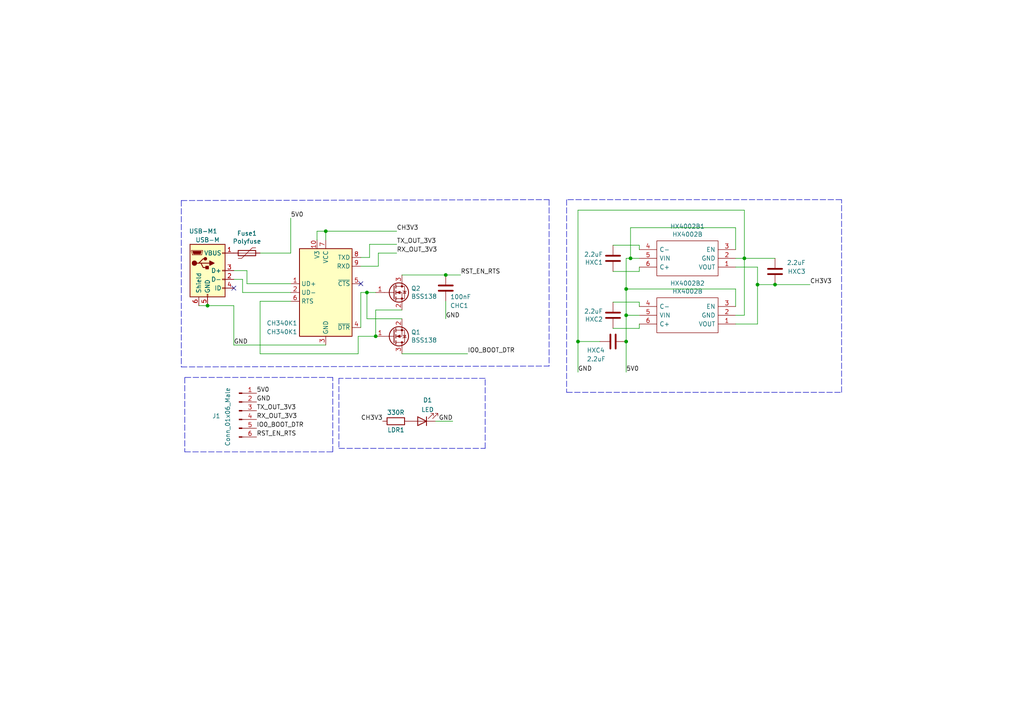
<source format=kicad_sch>
(kicad_sch (version 20211123) (generator eeschema)
  (paper "A4")
  (title_block (title "Smart Device LDAD NANO HX- Prototype Dev. Board") (rev "6.1") (company "AeonLabs") (comment 1 "License CC 2022"))
  (lib_symbols
    (symbol "Connector:Conn_01x06_Male" (pin_names (offset 1.016) hide)
      (property "Reference" "J" (at 0 7.62 0))
      (property "Value" "Conn_01x06_Male" (at 0 -10.16 0))
      (symbol "Conn_01x06_Male_1_1"
        (polyline (pts (xy 1.27 -7.62) (xy 0.8636 -7.62)) (stroke (width 0.1524)))
        (polyline (pts (xy 1.27 -5.08) (xy 0.8636 -5.08)) (stroke (width 0.1524)))
        (polyline (pts (xy 1.27 -2.54) (xy 0.8636 -2.54)) (stroke (width 0.1524)))
        (polyline (pts (xy 1.27 0) (xy 0.8636 0)) (stroke (width 0.1524)))
        (polyline (pts (xy 1.27 2.54) (xy 0.8636 2.54)) (stroke (width 0.1524)))
        (polyline (pts (xy 1.27 5.08) (xy 0.8636 5.08)) (stroke (width 0.1524)))
        (rectangle (start 0.8636 -7.493) (end 0 -7.747) (stroke (width 0.1524)) (fill (type outline)))
        (rectangle (start 0.8636 -4.953) (end 0 -5.207) (stroke (width 0.1524)) (fill (type outline)))
        (rectangle (start 0.8636 -2.413) (end 0 -2.667) (stroke (width 0.1524)) (fill (type outline)))
        (rectangle (start 0.8636 0.127) (end 0 -0.127) (stroke (width 0.1524)) (fill (type outline)))
        (rectangle (start 0.8636 2.667) (end 0 2.413) (stroke (width 0.1524)) (fill (type outline)))
        (rectangle (start 0.8636 5.207) (end 0 4.953) (stroke (width 0.1524)) (fill (type outline)))
        (pin passive line (at 5.08 5.08 180) (length 3.81) (name "Pin_1") (number "1"))
        (pin passive line (at 5.08 2.54 180) (length 3.81) (name "Pin_2") (number "2"))
        (pin passive line (at 5.08 0 180) (length 3.81) (name "Pin_3") (number "3"))
        (pin passive line (at 5.08 -2.54 180) (length 3.81) (name "Pin_4") (number "4"))
        (pin passive line (at 5.08 -5.08 180) (length 3.81) (name "Pin_5") (number "5"))
        (pin passive line (at 5.08 -7.62 180) (length 3.81) (name "Pin_6") (number "6"))
      )
    )
    (symbol "Connector:USB_B_Micro" (pin_names (offset 1.016))
      (property "Reference" "J" (at -5.08 11.43 0))
      (property "Value" "USB_B_Micro" (at -5.08 8.89 0))
      (symbol "USB_B_Micro_0_1"
        (rectangle (start -5.08 -7.62) (end 5.08 7.62) (stroke (width 0.254)) (fill (type background)))
        (circle (center -3.81 2.159) (radius 0.635) (stroke (width 0.254)) (fill (type outline)))
        (circle (center -0.635 3.429) (radius 0.381) (stroke (width 0.254)) (fill (type outline)))
        (rectangle (start -0.127 -7.62) (end 0.127 -6.858))
        (polyline (pts (xy -1.905 2.159) (xy 0.635 2.159)) (stroke (width 0.254)))
        (polyline (pts (xy -3.175 2.159) (xy -2.54 2.159) (xy -1.27 3.429) (xy -0.635 3.429)) (stroke (width 0.254)))
        (polyline (pts (xy -2.54 2.159) (xy -1.905 2.159) (xy -1.27 0.889) (xy 0 0.889)) (stroke (width 0.254)))
        (polyline (pts (xy 0.635 2.794) (xy 0.635 1.524) (xy 1.905 2.159) (xy 0.635 2.794)) (stroke (width 0.254)) (fill (type outline)))
        (polyline (pts (xy -4.318 5.588) (xy -1.778 5.588) (xy -2.032 4.826) (xy -4.064 4.826) (xy -4.318 5.588)) (fill (type outline)))
        (polyline (pts (xy -4.699 5.842) (xy -4.699 5.588) (xy -4.445 4.826) (xy -4.445 4.572) (xy -1.651 4.572) (xy -1.651 4.826) (xy -1.397 5.588) (xy -1.397 5.842) (xy -4.699 5.842)))
        (rectangle (start 0.254 1.27) (end -0.508 0.508) (stroke (width 0.254)) (fill (type outline)))
        (rectangle (start 5.08 -5.207) (end 4.318 -4.953))
        (rectangle (start 5.08 -2.667) (end 4.318 -2.413))
        (rectangle (start 5.08 -0.127) (end 4.318 0.127))
        (rectangle (start 5.08 4.953) (end 4.318 5.207))
      )
      (symbol "USB_B_Micro_1_1"
        (pin power_out line (at 7.62 5.08 180) (length 2.54) (name "VBUS") (number "1"))
        (pin bidirectional line (at 7.62 -2.54 180) (length 2.54) (name "D-") (number "2"))
        (pin bidirectional line (at 7.62 0 180) (length 2.54) (name "D+") (number "3"))
        (pin passive line (at 7.62 -5.08 180) (length 2.54) (name "ID") (number "4"))
        (pin power_out line (at 0 -10.16 90) (length 2.54) (name "GND") (number "5"))
        (pin passive line (at -2.54 -10.16 90) (length 2.54) (name "Shield") (number "6"))
      )
    )
    (symbol "Device:C" (pin_numbers hide) (pin_names (offset 0.254))
      (property "Reference" "C" (at 0.635 2.54 0))
      (property "Value" "C" (at 0.635 -2.54 0))
      (symbol "C_0_1"
        (polyline (pts (xy -2.032 -0.762) (xy 2.032 -0.762)) (stroke (width 0.508)))
        (polyline (pts (xy -2.032 0.762) (xy 2.032 0.762)) (stroke (width 0.508)))
      )
      (symbol "C_1_1"
        (pin passive line (at 0 3.81 270) (length 2.794) (name "~") (number "1"))
        (pin passive line (at 0 -3.81 90) (length 2.794) (name "~") (number "2"))
      )
    )
    (symbol "Device:LED" (pin_numbers hide) (pin_names (offset 1.016) hide)
      (property "Reference" "D" (at 0 2.54 0))
      (property "Value" "LED" (at 0 -2.54 0))
      (symbol "LED_0_1"
        (polyline (pts (xy -1.27 -1.27) (xy -1.27 1.27)) (stroke (width 0.254)))
        (polyline (pts (xy -1.27 0) (xy 1.27 0)))
        (polyline (pts (xy 1.27 -1.27) (xy 1.27 1.27) (xy -1.27 0) (xy 1.27 -1.27)) (stroke (width 0.254)))
        (polyline (pts (xy -3.048 -0.762) (xy -4.572 -2.286) (xy -3.81 -2.286) (xy -4.572 -2.286) (xy -4.572 -1.524)))
        (polyline (pts (xy -1.778 -0.762) (xy -3.302 -2.286) (xy -2.54 -2.286) (xy -3.302 -2.286) (xy -3.302 -1.524)))
      )
      (symbol "LED_1_1"
        (pin passive line (at -3.81 0 0) (length 2.54) (name "K") (number "1"))
        (pin passive line (at 3.81 0 180) (length 2.54) (name "A") (number "2"))
      )
    )
    (symbol "Device:Polyfuse" (pin_numbers hide) (pin_names (offset 0))
      (property "Reference" "F" (at -2.54 0 90))
      (property "Value" "Polyfuse" (at 2.54 0 90))
      (symbol "Polyfuse_0_1"
        (rectangle (start -0.762 2.54) (end 0.762 -2.54) (stroke (width 0.254)))
        (polyline (pts (xy 0 2.54) (xy 0 -2.54)))
        (polyline (pts (xy -1.524 2.54) (xy -1.524 1.524) (xy 1.524 -1.524) (xy 1.524 -2.54)))
      )
      (symbol "Polyfuse_1_1"
        (pin passive line (at 0 3.81 270) (length 1.27) (name "~") (number "1"))
        (pin passive line (at 0 -3.81 90) (length 1.27) (name "~") (number "2"))
      )
    )
    (symbol "Device:R" (pin_numbers hide) (pin_names (offset 0))
      (property "Reference" "R" (at 2.032 0 90))
      (property "Value" "R" (at 0 0 90))
      (symbol "R_0_1"
        (rectangle (start -1.016 -2.54) (end 1.016 2.54) (stroke (width 0.254)))
      )
      (symbol "R_1_1"
        (pin passive line (at 0 3.81 270) (length 1.27) (name "~") (number "1"))
        (pin passive line (at 0 -3.81 90) (length 1.27) (name "~") (number "2"))
      )
    )
    (symbol "HX4002:HX4002" (pin_names (offset 0.762))
      (property "Reference" "IC" (at 24.13 7.62 0))
      (property "Value" "HX4002_HX4002" (at 24.13 5.08 0))
      (symbol "HX4002_0_0"
        (pin passive line (at 0 0 0) (length 5.08) (name "VOUT") (number "1"))
        (pin passive line (at 0 -2.54 0) (length 5.08) (name "GND") (number "2"))
        (pin passive line (at 0 -5.08 0) (length 5.08) (name "EN") (number "3"))
        (pin passive line (at 27.94 -5.08 180) (length 5.08) (name "C-") (number "4"))
        (pin passive line (at 27.94 -2.54 180) (length 5.08) (name "VIN") (number "5"))
        (pin passive line (at 27.94 0 180) (length 5.08) (name "C+") (number "6"))
      )
      (symbol "HX4002_0_1"
        (polyline (pts (xy 5.08 2.54) (xy 22.86 2.54) (xy 22.86 -7.62) (xy 5.08 -7.62) (xy 5.08 2.54)) (stroke (width 0.1524)))
      )
    )
    (symbol "Interface_USB:CH340K"
      (property "Reference" "U" (at -5.08 13.97 0))
      (property "Value" "Interface_USB_CH340K" (at 1.27 13.97 0))
      (symbol "CH340K_0_1"
        (rectangle (start -7.62 12.7) (end 7.62 -12.7) (stroke (width 0.254)) (fill (type background)))
      )
      (symbol "CH340K_1_1"
        (pin bidirectional line (at -10.16 2.54 0) (length 2.54) (name "UD+") (number "1"))
        (pin passive line (at -2.54 15.24 270) (length 2.54) (name "V3") (number "10"))
        (pin bidirectional line (at -10.16 0 0) (length 2.54) (name "UD-") (number "2"))
        (pin power_in line (at 0 -15.24 90) (length 2.54) (name "GND") (number "3"))
        (pin output line (at 10.16 -10.16 180) (length 2.54) (name "~{DTR}") (number "4"))
        (pin input line (at 10.16 2.54 180) (length 2.54) (name "~{CTS}") (number "5"))
        (pin output line (at -10.16 -2.54 0) (length 2.54) (name "RTS") (number "6"))
        (pin power_in line (at 0 15.24 270) (length 2.54) (name "VCC") (number "7"))
        (pin output line (at 10.16 10.16 180) (length 2.54) (name "TXD") (number "8"))
        (pin input line (at 10.16 7.62 180) (length 2.54) (name "RXD") (number "9"))
      )
    )
    (symbol "Transistor_FET:BSS138" (pin_names hide)
      (property "Reference" "Q" (at 5.08 1.905 0))
      (property "Value" "BSS138" (at 5.08 0 0))
      (symbol "BSS138_0_1"
        (polyline (pts (xy 0.254 0) (xy -2.54 0)))
        (polyline (pts (xy 0.254 1.905) (xy 0.254 -1.905)) (stroke (width 0.254)))
        (polyline (pts (xy 0.762 -1.27) (xy 0.762 -2.286)) (stroke (width 0.254)))
        (polyline (pts (xy 0.762 0.508) (xy 0.762 -0.508)) (stroke (width 0.254)))
        (polyline (pts (xy 0.762 2.286) (xy 0.762 1.27)) (stroke (width 0.254)))
        (polyline (pts (xy 2.54 2.54) (xy 2.54 1.778)))
        (polyline (pts (xy 2.54 -2.54) (xy 2.54 0) (xy 0.762 0)))
        (polyline (pts (xy 0.762 -1.778) (xy 3.302 -1.778) (xy 3.302 1.778) (xy 0.762 1.778)))
        (polyline (pts (xy 1.016 0) (xy 2.032 0.381) (xy 2.032 -0.381) (xy 1.016 0)) (fill (type outline)))
        (polyline (pts (xy 2.794 0.508) (xy 2.921 0.381) (xy 3.683 0.381) (xy 3.81 0.254)))
        (polyline (pts (xy 3.302 0.381) (xy 2.921 -0.254) (xy 3.683 -0.254) (xy 3.302 0.381)))
        (circle (center 1.651 0) (radius 2.794) (stroke (width 0.254)))
        (circle (center 2.54 -1.778) (radius 0.254) (fill (type outline)))
        (circle (center 2.54 1.778) (radius 0.254) (fill (type outline)))
      )
      (symbol "BSS138_1_1"
        (pin input line (at -5.08 0 0) (length 2.54) (name "G") (number "1"))
        (pin passive line (at 2.54 -5.08 90) (length 2.54) (name "S") (number "2"))
        (pin passive line (at 2.54 5.08 270) (length 2.54) (name "D") (number "3"))
      )
    )
  )
  (junction (at 181.61 83.82))
  (junction (at 182.88 74.93))
  (junction (at 219.71 82.55))
  (junction (at 181.61 91.44))
  (junction (at 129.286 79.756))
  (junction (at 181.61 99.06))
  (junction (at 108.966 97.536))
  (junction (at 224.79 82.55))
  (junction (at 106.426 84.836))
  (junction (at 215.9 74.93))
  (junction (at 94.488 67.056))
  (junction (at 60.198 88.646))
  (junction (at 167.64 99.06))
  (no_connect (at 67.818 83.566))
  (no_connect (at 104.648 82.296))
  (wire (pts (xy 185.42 87.63) (xy 177.8 87.63)))
  (wire (pts (xy 213.36 83.82) (xy 213.36 88.9)))
  (polyline (pts (xy 98.298 109.728) (xy 98.298 130.048)))
  (wire (pts (xy 94.488 67.056) (xy 115.062 67.056)))
  (wire (pts (xy 84.328 63.246) (xy 84.328 73.406)))
  (wire (pts (xy 67.818 88.646) (xy 67.818 100.076)))
  (wire (pts (xy 181.61 91.44) (xy 181.61 99.06)))
  (wire (pts (xy 182.88 66.04) (xy 213.36 66.04)))
  (wire (pts (xy 167.64 99.06) (xy 167.64 107.95)))
  (wire (pts (xy 60.198 88.646) (xy 67.818 88.646)))
  (polyline (pts (xy 52.578 58.166) (xy 159.258 57.912)))
  (wire (pts (xy 116.586 79.756) (xy 129.286 79.756)))
  (wire (pts (xy 182.88 74.93) (xy 182.88 66.04)))
  (wire (pts (xy 181.61 83.82) (xy 181.61 74.93)))
  (polyline (pts (xy 98.298 130.048) (xy 140.716 130.048)))
  (wire (pts (xy 167.64 60.96) (xy 167.64 99.06)))
  (wire (pts (xy 91.948 67.056) (xy 94.488 67.056)))
  (wire (pts (xy 109.728 73.406) (xy 115.062 73.406)))
  (wire (pts (xy 116.586 102.616) (xy 135.636 102.616)))
  (wire (pts (xy 71.628 78.486) (xy 71.628 82.296)))
  (wire (pts (xy 103.886 97.536) (xy 108.966 97.536)))
  (wire (pts (xy 75.438 73.406) (xy 84.328 73.406)))
  (wire (pts (xy 126.238 122.174) (xy 131.318 122.174)))
  (wire (pts (xy 107.188 74.676) (xy 104.648 74.676)))
  (wire (pts (xy 185.42 95.25) (xy 177.8 95.25)))
  (wire (pts (xy 107.188 70.866) (xy 115.062 70.866)))
  (wire (pts (xy 213.36 66.04) (xy 213.36 72.39)))
  (wire (pts (xy 109.728 77.216) (xy 109.728 73.406)))
  (polyline (pts (xy 244.094 113.792) (xy 244.094 57.912)))
  (polyline (pts (xy 53.594 109.474) (xy 53.594 131.064)))
  (polyline (pts (xy 52.578 106.426) (xy 159.258 106.172)))
  (wire (pts (xy 219.71 93.98) (xy 213.36 93.98)))
  (wire (pts (xy 219.71 82.55) (xy 224.79 82.55)))
  (wire (pts (xy 107.188 70.866) (xy 107.188 74.676)))
  (wire (pts (xy 70.358 84.836) (xy 84.328 84.836)))
  (wire (pts (xy 213.36 74.93) (xy 215.9 74.93)))
  (wire (pts (xy 213.36 77.47) (xy 219.71 77.47)))
  (wire (pts (xy 185.42 71.12) (xy 177.8 71.12)))
  (wire (pts (xy 104.648 84.836) (xy 106.426 84.836)))
  (wire (pts (xy 57.658 88.646) (xy 60.198 88.646)))
  (wire (pts (xy 116.586 92.456) (xy 106.426 92.456)))
  (polyline (pts (xy 96.52 109.474) (xy 53.594 109.474)))
  (wire (pts (xy 104.648 77.216) (xy 109.728 77.216)))
  (wire (pts (xy 215.9 60.96) (xy 167.64 60.96)))
  (wire (pts (xy 67.818 78.486) (xy 71.628 78.486)))
  (wire (pts (xy 75.438 87.376) (xy 75.438 102.616)))
  (wire (pts (xy 108.966 89.916) (xy 108.966 97.536)))
  (wire (pts (xy 94.488 69.596) (xy 94.488 67.056)))
  (wire (pts (xy 185.42 93.98) (xy 185.42 95.25)))
  (wire (pts (xy 185.42 91.44) (xy 181.61 91.44)))
  (wire (pts (xy 84.328 87.376) (xy 75.438 87.376)))
  (wire (pts (xy 104.648 94.996) (xy 104.648 84.836)))
  (wire (pts (xy 181.61 91.44) (xy 181.61 83.82)))
  (wire (pts (xy 71.628 82.296) (xy 84.328 82.296)))
  (wire (pts (xy 181.61 107.95) (xy 181.61 99.06)))
  (wire (pts (xy 67.818 81.026) (xy 70.358 81.026)))
  (wire (pts (xy 129.286 79.756) (xy 133.604 79.756)))
  (wire (pts (xy 91.948 69.596) (xy 91.948 67.056)))
  (wire (pts (xy 94.488 100.076) (xy 67.818 100.076)))
  (polyline (pts (xy 52.578 58.166) (xy 52.578 106.426)))
  (wire (pts (xy 185.42 72.39) (xy 185.42 71.12)))
  (wire (pts (xy 181.61 74.93) (xy 182.88 74.93)))
  (wire (pts (xy 185.42 78.74) (xy 177.8 78.74)))
  (wire (pts (xy 215.9 91.44) (xy 213.36 91.44)))
  (wire (pts (xy 129.286 87.376) (xy 129.286 92.456)))
  (polyline (pts (xy 164.338 113.792) (xy 244.094 113.792)))
  (wire (pts (xy 219.71 82.55) (xy 219.71 93.98)))
  (polyline (pts (xy 244.094 57.912) (xy 164.338 57.912)))
  (wire (pts (xy 215.9 74.93) (xy 215.9 91.44)))
  (wire (pts (xy 116.586 89.916) (xy 108.966 89.916)))
  (wire (pts (xy 219.71 77.47) (xy 219.71 82.55)))
  (wire (pts (xy 215.9 60.96) (xy 215.9 74.93)))
  (polyline (pts (xy 96.52 131.064) (xy 96.52 109.474)))
  (wire (pts (xy 181.61 83.82) (xy 213.36 83.82)))
  (polyline (pts (xy 53.594 131.064) (xy 96.52 131.064)))
  (wire (pts (xy 106.426 92.456) (xy 106.426 84.836)))
  (polyline (pts (xy 140.716 130.048) (xy 140.716 109.728)))
  (wire (pts (xy 103.886 102.616) (xy 103.886 97.536)))
  (wire (pts (xy 182.88 74.93) (xy 185.42 74.93)))
  (wire (pts (xy 215.9 74.93) (xy 224.79 74.93)))
  (wire (pts (xy 75.438 102.616) (xy 103.886 102.616)))
  (wire (pts (xy 224.79 82.55) (xy 234.95 82.55)))
  (wire (pts (xy 185.42 77.47) (xy 185.42 78.74)))
  (polyline (pts (xy 164.338 57.912) (xy 164.338 113.792)))
  (wire (pts (xy 106.426 84.836) (xy 108.966 84.836)))
  (polyline (pts (xy 159.258 57.912) (xy 159.258 106.172)))
  (wire (pts (xy 70.358 81.026) (xy 70.358 84.836)))
  (polyline (pts (xy 140.716 109.728) (xy 98.298 109.728)))
  (wire (pts (xy 185.42 88.9) (xy 185.42 87.63)))
  (wire (pts (xy 173.99 99.06) (xy 167.64 99.06)))
  (label "5V0" (at 84.328 63.246 0))
  (label "CH3V3" (at 110.998 122.174 180))
  (label "5V0" (at 181.61 107.95 0))
  (label "RST_EN_RTS" (at 74.422 126.746 0))
  (label "RX_OUT_3V3" (at 115.062 73.406 0))
  (label "GND" (at 167.64 107.95 0))
  (label "RST_EN_RTS" (at 133.604 79.756 0))
  (label "5V0" (at 74.422 114.046 0))
  (label "GND" (at 67.818 100.076 0))
  (label "GND" (at 74.422 116.586 0))
  (label "IO0_BOOT_DTR" (at 135.636 102.616 0))
  (label "GND" (at 131.318 122.174 180))
  (label "TX_OUT_3V3" (at 115.062 70.866 0))
  (label "CH3V3" (at 234.95 82.55 0))
  (label "RX_OUT_3V3" (at 74.422 121.666 0))
  (label "TX_OUT_3V3" (at 74.422 119.126 0))
  (label "GND" (at 129.286 92.456 0))
  (label "IO0_BOOT_DTR" (at 74.422 124.206 0))
  (label "CH3V3" (at 115.062 67.056 0))
  (symbol (lib_id "HX4002:HX4002") (at 213.36 93.98 180) (unit 1)
    (property "Reference" "HX4002B2" (at 199.39 82.169 0))
    (property "Value" "HX4002B" (at 199.39 84.4804 0))
    (property "Footprint" "AeonLabs:HX4002 SOT95 P280X125-6N" (effects hide))
    (property "Datasheet" "http://www.jiecx.com/files856985665897965/productpdf/2013-7-5/545010255.pdf" (effects hide))
    (property "Description" "Low Noise Regulated Charge Pump in SOT23-6" (effects hide))
    (property "Height" "1.25" (effects hide))
    (property "Manufacturer_Name" "HEXIN" (effects hide))
    (property "Manufacturer_Part_Number" "HX4002" (effects hide))
  )
  (symbol (lib_id "Device:C") (at 177.8 91.44 180) (unit 1)
    (property "Reference" "HXC2" (at 174.879 92.6084 0) (effects (justify left)))
    (property "Value" "2.2uF" (at 174.879 90.297 0) (effects (justify left)))
    (property "Footprint" "Capacitor_SMD:C_1206_3216Metric" (effects hide))
  )
  (symbol (lib_id "HX4002:HX4002") (at 213.36 77.47 180) (unit 1)
    (property "Reference" "HX4002B1" (at 199.39 65.659 0))
    (property "Value" "HX4002B" (at 199.39 67.9704 0))
    (property "Footprint" "AeonLabs:HX4002 SOT95 P280X125-6N" (effects hide))
    (property "Datasheet" "http://www.jiecx.com/files856985665897965/productpdf/2013-7-5/545010255.pdf" (effects hide))
    (property "Description" "Low Noise Regulated Charge Pump in SOT23-6" (effects hide))
    (property "Height" "1.25" (effects hide))
    (property "Manufacturer_Name" "HEXIN" (effects hide))
    (property "Manufacturer_Part_Number" "HX4002" (effects hide))
  )
  (symbol (lib_id "Device:C") (at 177.8 99.06 270) (unit 1)
    (property "Reference" "HXC4" (at 170.18 101.6 90) (effects (justify left)))
    (property "Value" "2.2uF" (at 170.18 104.14 90) (effects (justify left)))
    (property "Footprint" "Capacitor_SMD:C_1206_3216Metric" (effects hide))
  )
  (symbol (lib_id "Device:C") (at 224.79 78.74 180) (unit 1)
    (property "Reference" "HXC3" (at 233.68 78.74 0) (effects (justify left)))
    (property "Value" "2.2uF" (at 233.68 76.2 0) (effects (justify left)))
    (property "Footprint" "Capacitor_SMD:C_1206_3216Metric" (effects hide))
  )
  (symbol (lib_id "Device:C") (at 177.8 74.93 180) (unit 1)
    (property "Reference" "HXC1" (at 174.879 76.0984 0) (effects (justify left)))
    (property "Value" "2.2uF" (at 174.879 73.787 0) (effects (justify left)))
    (property "Footprint" "Capacitor_SMD:C_1206_3216Metric" (effects hide))
  )
  (symbol (lib_id "Transistor_FET:BSS138") (at 114.046 84.836 0) (unit 1)
    (property "Reference" "Q2" (at 119.2276 83.6676 0) (effects (justify left)))
    (property "Value" "BSS138" (at 119.2276 85.979 0) (effects (justify left)))
    (property "Footprint" "Package_TO_SOT_SMD:SOT-23" (effects hide))
    (property "Datasheet" "https://www.onsemi.com/pub/Collateral/BSS138-D.PDF" (effects hide))
  )
  (symbol (lib_id "Device:LED") (at 122.428 122.174 180) (unit 1)
    (property "Reference" "D1" (at 124.0155 116.0485 0))
    (property "Value" "LED" (at 124.0155 118.8236 0))
    (property "Footprint" "LED_SMD:LED_1206_3216Metric" (effects hide))
  )
  (symbol (lib_id "Interface_USB:CH340K") (at 94.488 84.836 0) (unit 1)
    (property "Reference" "CH340K1" (at 81.788 93.726 0))
    (property "Value" "CH340K1" (at 81.788 96.266 0))
    (property "Footprint" "Package_SO:SSOP-10_3.9x4.9mm_P1.00mm" (effects hide))
    (property "Datasheet" "https://www.mpja.com/download/35227cpdata.pdf" (effects hide))
  )
  (symbol (lib_id "Connector:USB_B_Micro") (at 60.198 78.486 0) (unit 1)
    (property "Reference" "USB-M1" (at 58.928 67.056 0))
    (property "Value" "USB-M" (at 60.198 69.596 0))
    (property "Footprint" "AeonLabs:Micro_USB_pcb_socket_5pin_4weld_points" (effects hide))
  )
  (symbol (lib_id "Device:R") (at 114.808 122.174 90) (unit 1)
    (property "Reference" "LDR1" (at 117.348 124.714 90) (effects (justify left)))
    (property "Value" "330R" (at 117.348 119.634 90) (effects (justify left)))
    (property "Footprint" "Resistor_SMD:R_0805_2012Metric_Pad1.20x1.40mm_HandSolder" (effects hide))
  )
  (symbol (lib_id "Device:C") (at 129.286 83.566 0) (unit 1)
    (property "Reference" "CHC1" (at 130.556 88.646 0) (effects (justify left)))
    (property "Value" "100nF" (at 130.556 86.106 0) (effects (justify left)))
    (property "Footprint" "Capacitor_SMD:C_1206_3216Metric" (effects hide))
  )
  (symbol (lib_id "Connector:Conn_01x06_Male") (at 69.342 119.126 0) (unit 1)
    (property "Reference" "J1" (at 62.738 120.65 0))
    (property "Value" "Conn_01x06_Male" (at 66.04 120.904 90))
    (property "Footprint" "TerminalBlock_Phoenix:TerminalBlock_Phoenix_MPT-0,5-6-2.54_1x06_P2.54mm_Horizontal" (effects hide))
  )
  (symbol (lib_id "Device:Polyfuse") (at 71.628 73.406 270) (unit 1)
    (property "Reference" "Fuse1" (at 71.628 67.691 90))
    (property "Value" "Polyfuse" (at 71.628 70.0024 90))
    (property "Footprint" "Fuse:Fuse_1206_3216Metric" (effects hide))
  )
  (symbol (lib_id "Transistor_FET:BSS138") (at 114.046 97.536 0) (mirror x) (unit 1)
    (property "Reference" "Q1" (at 119.2276 96.3676 0) (effects (justify left)))
    (property "Value" "BSS138" (at 119.2276 98.679 0) (effects (justify left)))
    (property "Footprint" "Package_TO_SOT_SMD:SOT-23" (effects hide))
    (property "Datasheet" "https://www.onsemi.com/pub/Collateral/BSS138-D.PDF" (effects hide))
  )
)
</source>
